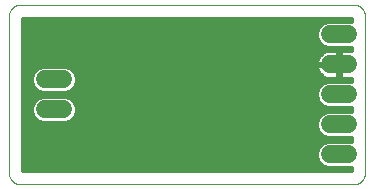
<source format=gbl>
G75*
%MOIN*%
%OFA0B0*%
%FSLAX25Y25*%
%IPPOS*%
%LPD*%
%AMOC8*
5,1,8,0,0,1.08239X$1,22.5*
%
%ADD10C,0.00000*%
%ADD11C,0.06000*%
%ADD12C,0.01600*%
%ADD13C,0.04000*%
D10*
X0005892Y0003769D02*
X0116719Y0003769D01*
X0116843Y0003771D01*
X0116966Y0003777D01*
X0117090Y0003786D01*
X0117212Y0003800D01*
X0117335Y0003817D01*
X0117457Y0003839D01*
X0117578Y0003864D01*
X0117698Y0003893D01*
X0117817Y0003925D01*
X0117936Y0003962D01*
X0118053Y0004002D01*
X0118168Y0004045D01*
X0118283Y0004093D01*
X0118395Y0004144D01*
X0118506Y0004198D01*
X0118616Y0004256D01*
X0118723Y0004317D01*
X0118829Y0004382D01*
X0118932Y0004450D01*
X0119033Y0004521D01*
X0119132Y0004595D01*
X0119229Y0004672D01*
X0119323Y0004753D01*
X0119414Y0004836D01*
X0119503Y0004922D01*
X0119589Y0005011D01*
X0119672Y0005102D01*
X0119753Y0005196D01*
X0119830Y0005293D01*
X0119904Y0005392D01*
X0119975Y0005493D01*
X0120043Y0005596D01*
X0120108Y0005702D01*
X0120169Y0005809D01*
X0120227Y0005919D01*
X0120281Y0006030D01*
X0120332Y0006142D01*
X0120380Y0006257D01*
X0120423Y0006372D01*
X0120463Y0006489D01*
X0120500Y0006608D01*
X0120532Y0006727D01*
X0120561Y0006847D01*
X0120586Y0006968D01*
X0120608Y0007090D01*
X0120625Y0007213D01*
X0120639Y0007335D01*
X0120648Y0007459D01*
X0120654Y0007582D01*
X0120656Y0007706D01*
X0120656Y0059792D01*
X0120654Y0059916D01*
X0120648Y0060039D01*
X0120639Y0060163D01*
X0120625Y0060285D01*
X0120608Y0060408D01*
X0120586Y0060530D01*
X0120561Y0060651D01*
X0120532Y0060771D01*
X0120500Y0060890D01*
X0120463Y0061009D01*
X0120423Y0061126D01*
X0120380Y0061241D01*
X0120332Y0061356D01*
X0120281Y0061468D01*
X0120227Y0061579D01*
X0120169Y0061689D01*
X0120108Y0061796D01*
X0120043Y0061902D01*
X0119975Y0062005D01*
X0119904Y0062106D01*
X0119830Y0062205D01*
X0119753Y0062302D01*
X0119672Y0062396D01*
X0119589Y0062487D01*
X0119503Y0062576D01*
X0119414Y0062662D01*
X0119323Y0062745D01*
X0119229Y0062826D01*
X0119132Y0062903D01*
X0119033Y0062977D01*
X0118932Y0063048D01*
X0118829Y0063116D01*
X0118723Y0063181D01*
X0118616Y0063242D01*
X0118506Y0063300D01*
X0118395Y0063354D01*
X0118283Y0063405D01*
X0118168Y0063453D01*
X0118053Y0063496D01*
X0117936Y0063536D01*
X0117817Y0063573D01*
X0117698Y0063605D01*
X0117578Y0063634D01*
X0117457Y0063659D01*
X0117335Y0063681D01*
X0117212Y0063698D01*
X0117090Y0063712D01*
X0116966Y0063721D01*
X0116843Y0063727D01*
X0116719Y0063729D01*
X0005892Y0063729D01*
X0005768Y0063727D01*
X0005645Y0063721D01*
X0005521Y0063712D01*
X0005399Y0063698D01*
X0005276Y0063681D01*
X0005154Y0063659D01*
X0005033Y0063634D01*
X0004913Y0063605D01*
X0004794Y0063573D01*
X0004675Y0063536D01*
X0004558Y0063496D01*
X0004443Y0063453D01*
X0004328Y0063405D01*
X0004216Y0063354D01*
X0004105Y0063300D01*
X0003995Y0063242D01*
X0003888Y0063181D01*
X0003782Y0063116D01*
X0003679Y0063048D01*
X0003578Y0062977D01*
X0003479Y0062903D01*
X0003382Y0062826D01*
X0003288Y0062745D01*
X0003197Y0062662D01*
X0003108Y0062576D01*
X0003022Y0062487D01*
X0002939Y0062396D01*
X0002858Y0062302D01*
X0002781Y0062205D01*
X0002707Y0062106D01*
X0002636Y0062005D01*
X0002568Y0061902D01*
X0002503Y0061796D01*
X0002442Y0061689D01*
X0002384Y0061579D01*
X0002330Y0061468D01*
X0002279Y0061356D01*
X0002231Y0061241D01*
X0002188Y0061126D01*
X0002148Y0061009D01*
X0002111Y0060890D01*
X0002079Y0060771D01*
X0002050Y0060651D01*
X0002025Y0060530D01*
X0002003Y0060408D01*
X0001986Y0060285D01*
X0001972Y0060163D01*
X0001963Y0060039D01*
X0001957Y0059916D01*
X0001955Y0059792D01*
X0001955Y0007706D01*
X0001957Y0007582D01*
X0001963Y0007459D01*
X0001972Y0007335D01*
X0001986Y0007213D01*
X0002003Y0007090D01*
X0002025Y0006968D01*
X0002050Y0006847D01*
X0002079Y0006727D01*
X0002111Y0006608D01*
X0002148Y0006489D01*
X0002188Y0006372D01*
X0002231Y0006257D01*
X0002279Y0006142D01*
X0002330Y0006030D01*
X0002384Y0005919D01*
X0002442Y0005809D01*
X0002503Y0005702D01*
X0002568Y0005596D01*
X0002636Y0005493D01*
X0002707Y0005392D01*
X0002781Y0005293D01*
X0002858Y0005196D01*
X0002939Y0005102D01*
X0003022Y0005011D01*
X0003108Y0004922D01*
X0003197Y0004836D01*
X0003288Y0004753D01*
X0003382Y0004672D01*
X0003479Y0004595D01*
X0003578Y0004521D01*
X0003679Y0004450D01*
X0003782Y0004382D01*
X0003888Y0004317D01*
X0003995Y0004256D01*
X0004105Y0004198D01*
X0004216Y0004144D01*
X0004328Y0004093D01*
X0004443Y0004045D01*
X0004558Y0004002D01*
X0004675Y0003962D01*
X0004794Y0003925D01*
X0004913Y0003893D01*
X0005033Y0003864D01*
X0005154Y0003839D01*
X0005276Y0003817D01*
X0005399Y0003800D01*
X0005521Y0003786D01*
X0005645Y0003777D01*
X0005768Y0003771D01*
X0005892Y0003769D01*
D11*
X0013955Y0028769D02*
X0019955Y0028769D01*
X0019955Y0038769D02*
X0013955Y0038769D01*
X0108955Y0043769D02*
X0114955Y0043769D01*
X0114955Y0053769D02*
X0108955Y0053769D01*
X0108955Y0033769D02*
X0114955Y0033769D01*
X0114955Y0023769D02*
X0108955Y0023769D01*
X0108955Y0013769D02*
X0114955Y0013769D01*
D12*
X0115856Y0018368D02*
X0108040Y0018368D01*
X0106350Y0017668D01*
X0105056Y0016374D01*
X0104355Y0014684D01*
X0104355Y0012853D01*
X0105056Y0011163D01*
X0106350Y0009869D01*
X0108040Y0009169D01*
X0115856Y0009169D01*
X0115856Y0008568D01*
X0006755Y0008568D01*
X0006755Y0058929D01*
X0115856Y0058929D01*
X0115856Y0058368D01*
X0108040Y0058368D01*
X0106350Y0057668D01*
X0105056Y0056374D01*
X0104355Y0054684D01*
X0104355Y0052853D01*
X0105056Y0051163D01*
X0106350Y0049869D01*
X0108040Y0049169D01*
X0115856Y0049169D01*
X0115856Y0048486D01*
X0115333Y0048568D01*
X0112155Y0048568D01*
X0112155Y0043969D01*
X0111755Y0043969D01*
X0111755Y0048568D01*
X0108578Y0048568D01*
X0107831Y0048450D01*
X0107113Y0048217D01*
X0106440Y0047874D01*
X0105828Y0047430D01*
X0105294Y0046895D01*
X0104850Y0046284D01*
X0104507Y0045611D01*
X0104274Y0044893D01*
X0104155Y0044146D01*
X0104155Y0043969D01*
X0111755Y0043969D01*
X0111755Y0043568D01*
X0112155Y0043568D01*
X0112155Y0038969D01*
X0115333Y0038969D01*
X0115856Y0039051D01*
X0115856Y0038368D01*
X0108040Y0038368D01*
X0106350Y0037668D01*
X0105056Y0036374D01*
X0104355Y0034684D01*
X0104355Y0032853D01*
X0105056Y0031163D01*
X0106350Y0029869D01*
X0108040Y0029169D01*
X0115856Y0029169D01*
X0115856Y0028368D01*
X0108040Y0028368D01*
X0106350Y0027668D01*
X0105056Y0026374D01*
X0104355Y0024684D01*
X0104355Y0022853D01*
X0105056Y0021163D01*
X0106350Y0019869D01*
X0108040Y0019169D01*
X0115856Y0019169D01*
X0115856Y0018368D01*
X0107525Y0018155D02*
X0006755Y0018155D01*
X0006755Y0019754D02*
X0106628Y0019754D01*
X0104977Y0021352D02*
X0006755Y0021352D01*
X0006755Y0022951D02*
X0104355Y0022951D01*
X0104355Y0024549D02*
X0021789Y0024549D01*
X0022561Y0024869D02*
X0023855Y0026163D01*
X0024555Y0027853D01*
X0024555Y0029684D01*
X0023855Y0031374D01*
X0022561Y0032668D01*
X0020870Y0033368D01*
X0013040Y0033368D01*
X0011350Y0032668D01*
X0010056Y0031374D01*
X0009355Y0029684D01*
X0009355Y0027853D01*
X0010056Y0026163D01*
X0011350Y0024869D01*
X0013040Y0024169D01*
X0020870Y0024169D01*
X0022561Y0024869D01*
X0023840Y0026148D02*
X0104962Y0026148D01*
X0106538Y0027746D02*
X0024511Y0027746D01*
X0024555Y0029345D02*
X0107615Y0029345D01*
X0105275Y0030943D02*
X0024034Y0030943D01*
X0022688Y0032542D02*
X0104485Y0032542D01*
X0104355Y0034140D02*
X0006755Y0034140D01*
X0006755Y0035739D02*
X0010480Y0035739D01*
X0010056Y0036163D02*
X0011350Y0034869D01*
X0013040Y0034169D01*
X0020870Y0034169D01*
X0022561Y0034869D01*
X0023855Y0036163D01*
X0024555Y0037853D01*
X0024555Y0039684D01*
X0023855Y0041374D01*
X0022561Y0042668D01*
X0020870Y0043368D01*
X0013040Y0043368D01*
X0011350Y0042668D01*
X0010056Y0041374D01*
X0009355Y0039684D01*
X0009355Y0037853D01*
X0010056Y0036163D01*
X0009569Y0037337D02*
X0006755Y0037337D01*
X0006755Y0038936D02*
X0009355Y0038936D01*
X0009708Y0040534D02*
X0006755Y0040534D01*
X0006755Y0042133D02*
X0010814Y0042133D01*
X0006755Y0043731D02*
X0111755Y0043731D01*
X0111755Y0043568D02*
X0104155Y0043568D01*
X0104155Y0043391D01*
X0104274Y0042644D01*
X0104507Y0041926D01*
X0104850Y0041253D01*
X0105294Y0040642D01*
X0105828Y0040107D01*
X0106440Y0039663D01*
X0107113Y0039320D01*
X0107831Y0039087D01*
X0108578Y0038969D01*
X0111755Y0038968D01*
X0111755Y0043568D01*
X0111755Y0042133D02*
X0112155Y0042133D01*
X0112155Y0040534D02*
X0111755Y0040534D01*
X0115856Y0038936D02*
X0024555Y0038936D01*
X0024342Y0037337D02*
X0106019Y0037337D01*
X0104792Y0035739D02*
X0023431Y0035739D01*
X0024203Y0040534D02*
X0105401Y0040534D01*
X0104440Y0042133D02*
X0023096Y0042133D01*
X0006755Y0045330D02*
X0104416Y0045330D01*
X0105327Y0046928D02*
X0006755Y0046928D01*
X0006755Y0048527D02*
X0108315Y0048527D01*
X0106093Y0050125D02*
X0006755Y0050125D01*
X0006755Y0051724D02*
X0104823Y0051724D01*
X0104355Y0053322D02*
X0006755Y0053322D01*
X0006755Y0054921D02*
X0104454Y0054921D01*
X0105201Y0056519D02*
X0006755Y0056519D01*
X0006755Y0058118D02*
X0107435Y0058118D01*
X0111755Y0048527D02*
X0112155Y0048527D01*
X0112155Y0046928D02*
X0111755Y0046928D01*
X0111755Y0045330D02*
X0112155Y0045330D01*
X0115596Y0048527D02*
X0115856Y0048527D01*
X0105238Y0016557D02*
X0006755Y0016557D01*
X0006755Y0014958D02*
X0104469Y0014958D01*
X0104355Y0013360D02*
X0006755Y0013360D01*
X0006755Y0011761D02*
X0104808Y0011761D01*
X0106056Y0010163D02*
X0006755Y0010163D01*
X0006755Y0024549D02*
X0012121Y0024549D01*
X0010071Y0026148D02*
X0006755Y0026148D01*
X0006755Y0027746D02*
X0009400Y0027746D01*
X0009355Y0029345D02*
X0006755Y0029345D01*
X0006755Y0030943D02*
X0009877Y0030943D01*
X0011223Y0032542D02*
X0006755Y0032542D01*
D13*
X0050555Y0055069D03*
M02*

</source>
